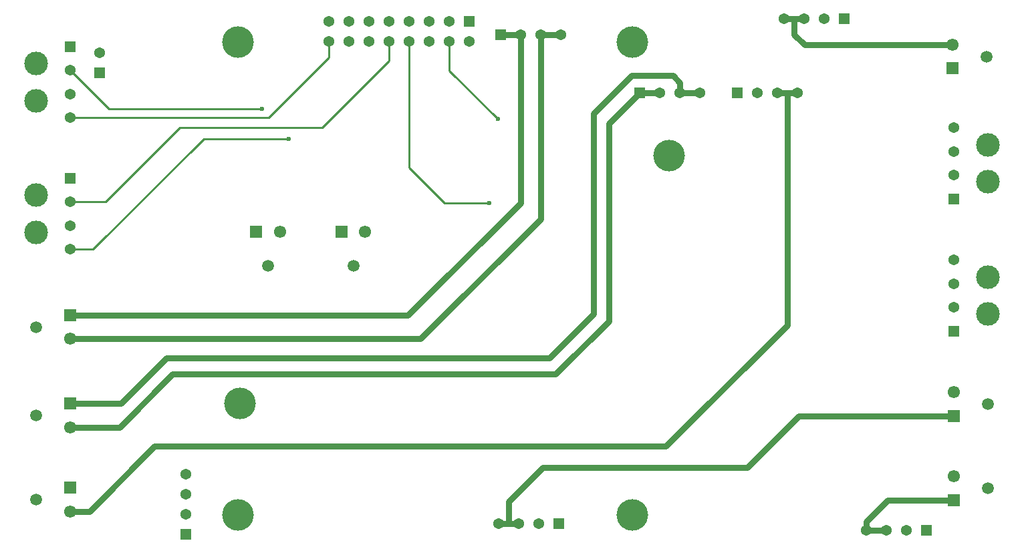
<source format=gbl>
G04*
G04 #@! TF.GenerationSoftware,Altium Limited,Altium Designer,21.9.2 (33)*
G04*
G04 Layer_Physical_Order=4*
G04 Layer_Color=16711680*
%FSLAX25Y25*%
%MOIN*%
G70*
G04*
G04 #@! TF.SameCoordinates,1158F630-F6B0-42DE-A473-F25834DE5FAC*
G04*
G04*
G04 #@! TF.FilePolarity,Positive*
G04*
G01*
G75*
%ADD22C,0.01000*%
%ADD23C,0.03000*%
%ADD24C,0.05906*%
%ADD25C,0.06102*%
%ADD26R,0.06102X0.06102*%
%ADD27R,0.05394X0.05394*%
%ADD28C,0.05394*%
%ADD29C,0.11811*%
%ADD30R,0.06102X0.06102*%
%ADD31R,0.05394X0.05394*%
%ADD32C,0.15748*%
%ADD33C,0.02362*%
D22*
X209500Y193000D02*
X227000Y175500D01*
X249500D01*
X209500Y193000D02*
Y256000D01*
X229500Y241500D02*
Y256000D01*
X253699Y217291D02*
Y217301D01*
X229500Y241500D02*
X253699Y217301D01*
X40500Y152378D02*
X51878D01*
X107000Y207500D02*
X149500D01*
X51878Y152378D02*
X107000Y207500D01*
X59665Y222500D02*
X136115D01*
X136242Y222373D01*
X40508Y241657D02*
X59665Y222500D01*
X169500Y248000D02*
Y256000D01*
X40508Y218035D02*
X139535D01*
X169500Y248000D01*
X95000Y213000D02*
X166000D01*
X199500Y246500D02*
Y256000D01*
X166000Y213000D02*
X199500Y246500D01*
X58000Y176000D02*
X95000Y213000D01*
X40500Y176000D02*
X58000D01*
X208965Y256000D02*
X209500D01*
X239500Y255500D02*
Y256000D01*
D23*
X40508Y107595D02*
X215094D01*
X275000Y167500D01*
Y259500D01*
X255000D02*
X265000D01*
X208906Y119405D02*
X265000Y175500D01*
Y259500D01*
X40508Y119405D02*
X208906D01*
X341000Y239000D02*
X344500Y235500D01*
X320500Y239000D02*
X341000D01*
X344500Y230500D02*
Y235500D01*
X65000Y63500D02*
X91500Y90000D01*
X282500D01*
X40500Y63500D02*
X65000D01*
X301500Y120000D02*
Y220000D01*
X320500Y239000D01*
X279500Y98000D02*
X301500Y120000D01*
X88500Y98000D02*
X279500D01*
X344500Y230500D02*
X354500D01*
X40500Y75311D02*
X65811D01*
X88500Y98000D01*
X324500Y230500D02*
X334500D01*
X309000Y116500D02*
Y215000D01*
X324500Y230500D01*
X282500Y90000D02*
X309000Y116500D01*
X275000Y259500D02*
X285000D01*
X401500Y267500D02*
X406500D01*
X396500D02*
X401500D01*
Y259500D02*
X406595Y254405D01*
X480492D01*
X401500Y259500D02*
Y267500D01*
X259000Y15500D02*
X264000D01*
X254000D02*
X259000D01*
X378000Y43500D02*
X403594Y69095D01*
X480992D01*
X276000Y43500D02*
X378000D01*
X259000Y26500D02*
X276000Y43500D01*
X259000Y15500D02*
Y26500D01*
X437500Y12000D02*
X447500D01*
X437500Y16500D02*
X448095Y27095D01*
X437500Y12000D02*
Y16500D01*
X448095Y27095D02*
X480992D01*
X398324Y230500D02*
X403000D01*
X393648D02*
X398324D01*
X398000Y230176D02*
X398324Y230500D01*
X337500Y54000D02*
X398000Y114500D01*
Y230176D01*
X393000Y230500D02*
X393648D01*
X82500Y54000D02*
X337500D01*
X50000Y21500D02*
X82500Y54000D01*
X40500Y21500D02*
X50000D01*
D24*
X498000Y75000D02*
D03*
Y33000D02*
D03*
X497500Y248500D02*
D03*
X181595Y143992D02*
D03*
X139094D02*
D03*
X23492Y27406D02*
D03*
Y69406D02*
D03*
X23500Y113500D02*
D03*
D25*
X480992Y80905D02*
D03*
Y38906D02*
D03*
X480492Y254405D02*
D03*
X187500Y161000D02*
D03*
X145000D02*
D03*
X40500Y21500D02*
D03*
Y63500D02*
D03*
X40508Y107595D02*
D03*
D26*
X480992Y69095D02*
D03*
Y27095D02*
D03*
X480492Y242595D02*
D03*
X40500Y33311D02*
D03*
Y75311D02*
D03*
X40508Y119405D02*
D03*
D27*
X480992Y111535D02*
D03*
Y177535D02*
D03*
X40500Y187811D02*
D03*
X40508Y253468D02*
D03*
X55000Y240500D02*
D03*
X98000Y10000D02*
D03*
D28*
X480992Y123346D02*
D03*
Y135158D02*
D03*
Y146968D02*
D03*
Y189347D02*
D03*
Y201157D02*
D03*
Y212968D02*
D03*
X40500Y176000D02*
D03*
Y164189D02*
D03*
Y152378D02*
D03*
X40508Y241657D02*
D03*
Y229847D02*
D03*
Y218035D02*
D03*
X229500Y266000D02*
D03*
X219500D02*
D03*
X209500D02*
D03*
X199500D02*
D03*
X189500D02*
D03*
X179500D02*
D03*
X169500D02*
D03*
Y256000D02*
D03*
X179500D02*
D03*
X189500D02*
D03*
X199500D02*
D03*
X209500D02*
D03*
X219500D02*
D03*
X229500D02*
D03*
X239500D02*
D03*
X55000Y250500D02*
D03*
X403000Y230500D02*
D03*
X393000D02*
D03*
X406500Y267500D02*
D03*
X396500D02*
D03*
X285000Y259500D02*
D03*
X275000D02*
D03*
X354500Y230500D02*
D03*
X344500D02*
D03*
X264000Y15500D02*
D03*
X254000D02*
D03*
X447500Y12000D02*
D03*
X437500D02*
D03*
X265000Y259500D02*
D03*
X334500Y230500D02*
D03*
X274000Y15500D02*
D03*
X457500Y12000D02*
D03*
X98000Y30000D02*
D03*
Y40000D02*
D03*
X416500Y267500D02*
D03*
X98000Y20000D02*
D03*
X383000Y230500D02*
D03*
D29*
X498000Y120000D02*
D03*
Y138504D02*
D03*
Y186000D02*
D03*
Y204504D02*
D03*
X23492Y179347D02*
D03*
Y160843D02*
D03*
X23500Y245004D02*
D03*
Y226500D02*
D03*
D30*
X175689Y161000D02*
D03*
X133189D02*
D03*
D31*
X239500Y266000D02*
D03*
X255000Y259500D02*
D03*
X324500Y230500D02*
D03*
X284000Y15500D02*
D03*
X467500Y12000D02*
D03*
X426500Y267500D02*
D03*
X373000Y230500D02*
D03*
D32*
X125000Y75500D02*
D03*
X339000Y199000D02*
D03*
X320925Y255815D02*
D03*
Y19594D02*
D03*
X124075D02*
D03*
Y255815D02*
D03*
D33*
X249500Y175500D02*
D03*
X253699Y217291D02*
D03*
X149500Y207500D02*
D03*
X136242Y222373D02*
D03*
M02*

</source>
